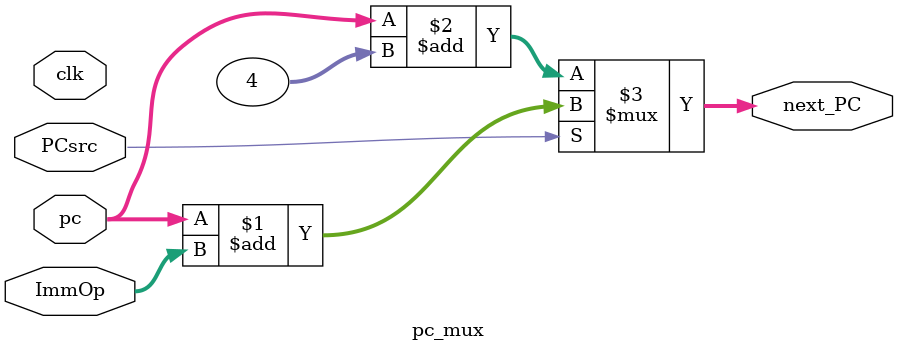
<source format=sv>
module pc_mux #(
    parameter WIDTH = 32
)(
    input logic clk,
    input logic PCsrc,
    input logic [WIDTH-1:0] pc ,
    input logic [WIDTH-1:0] ImmOp,
    output logic [WIDTH-1:0] next_PC
);

    assign next_PC = PCsrc ? pc + ImmOp : pc + 32'd4;

endmodule

</source>
